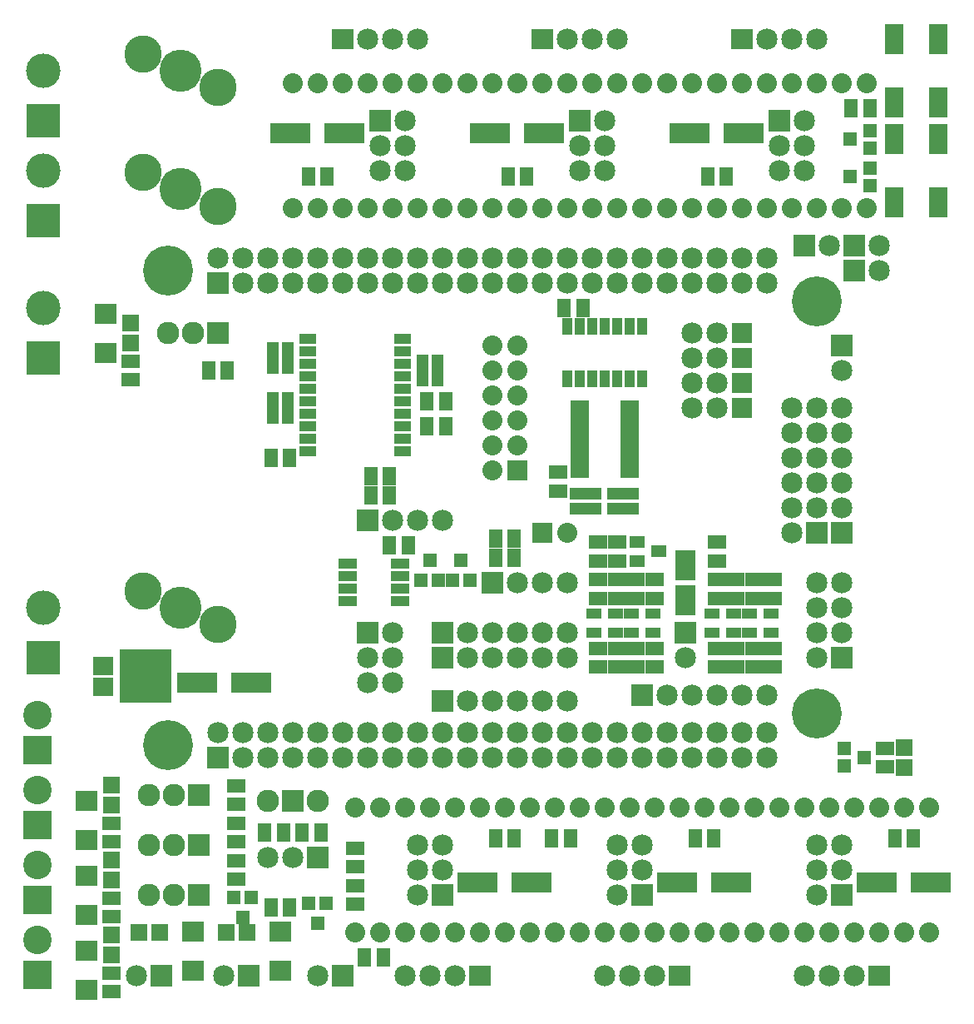
<source format=gts>
G04 (created by PCBNEW (2013-07-07 BZR 4022)-stable) date 2/16/2014 1:34:47 PM*
%MOIN*%
G04 Gerber Fmt 3.4, Leading zero omitted, Abs format*
%FSLAX34Y34*%
G01*
G70*
G90*
G04 APERTURE LIST*
%ADD10C,0.00590551*%
%ADD11C,0.2*%
%ADD12R,0.085X0.085*%
%ADD13C,0.085*%
%ADD14R,0.055X0.075*%
%ADD15R,0.075X0.055*%
%ADD16C,0.08*%
%ADD17R,0.08X0.08*%
%ADD18R,0.1617X0.083*%
%ADD19C,0.09*%
%ADD20R,0.09X0.09*%
%ADD21R,0.0672X0.0672*%
%ADD22R,0.1381X0.1381*%
%ADD23C,0.1381*%
%ADD24R,0.085X0.08*%
%ADD25R,0.075X0.1184*%
%ADD26R,0.07X0.04*%
%ADD27R,0.04X0.065*%
%ADD28R,0.05X0.037*%
%ADD29C,0.15*%
%ADD30C,0.169*%
%ADD31R,0.056X0.056*%
%ADD32R,0.0857X0.081*%
%ADD33C,0.114488*%
%ADD34R,0.114488X0.114488*%
%ADD35R,0.037X0.05*%
%ADD36R,0.0751X0.0436*%
%ADD37R,0.0594X0.0515*%
%ADD38R,0.0594X0.0436*%
%ADD39R,0.083X0.1224*%
%ADD40R,0.0790551X0.0751*%
%ADD41R,0.208976X0.212913*%
%ADD42R,0.0751X0.0338*%
G04 APERTURE END LIST*
G54D10*
G54D11*
X32400Y11750D03*
X6400Y10500D03*
X6400Y29500D03*
X32400Y28250D03*
G54D12*
X8400Y10000D03*
G54D13*
X8400Y11000D03*
X9400Y10000D03*
X9400Y11000D03*
X10400Y10000D03*
X10400Y11000D03*
X11400Y10000D03*
X11400Y11000D03*
X12400Y10000D03*
X12400Y11000D03*
X13400Y10000D03*
X13400Y11000D03*
X14400Y10000D03*
X14400Y11000D03*
X15400Y10000D03*
X15400Y11000D03*
X16400Y10000D03*
X16400Y11000D03*
X17400Y10000D03*
X17400Y11000D03*
X18400Y10000D03*
X18400Y11000D03*
X19400Y10000D03*
X19400Y11000D03*
X20400Y10000D03*
X20400Y11000D03*
X21400Y10000D03*
X21400Y11000D03*
X22400Y10000D03*
X22400Y11000D03*
X23400Y10000D03*
X23400Y11000D03*
X24400Y10000D03*
X24400Y11000D03*
X25400Y10000D03*
X25400Y11000D03*
X26400Y10000D03*
X26400Y11000D03*
X27400Y10000D03*
X27400Y11000D03*
X28400Y10000D03*
X28400Y11000D03*
X29400Y10000D03*
X29400Y11000D03*
X30400Y10000D03*
X30400Y11000D03*
G54D12*
X8400Y29000D03*
G54D13*
X8400Y30000D03*
X9400Y29000D03*
X9400Y30000D03*
X10400Y29000D03*
X10400Y30000D03*
X11400Y29000D03*
X11400Y30000D03*
X12400Y29000D03*
X12400Y30000D03*
X13400Y29000D03*
X13400Y30000D03*
X14400Y29000D03*
X14400Y30000D03*
X15400Y29000D03*
X15400Y30000D03*
X16400Y29000D03*
X16400Y30000D03*
X17400Y29000D03*
X17400Y30000D03*
X18400Y29000D03*
X18400Y30000D03*
X19400Y29000D03*
X19400Y30000D03*
X20400Y29000D03*
X20400Y30000D03*
X21400Y29000D03*
X21400Y30000D03*
X22400Y29000D03*
X22400Y30000D03*
X23400Y29000D03*
X23400Y30000D03*
X24400Y29000D03*
X24400Y30000D03*
X25400Y29000D03*
X25400Y30000D03*
X26400Y29000D03*
X26400Y30000D03*
X27400Y29000D03*
X27400Y30000D03*
X28400Y29000D03*
X28400Y30000D03*
X29400Y29000D03*
X29400Y30000D03*
X30400Y29000D03*
X30400Y30000D03*
G54D14*
X14525Y20500D03*
X15275Y20500D03*
X14525Y21250D03*
X15275Y21250D03*
X35525Y6750D03*
X36275Y6750D03*
X27525Y6750D03*
X28275Y6750D03*
X19525Y6750D03*
X20275Y6750D03*
X20775Y33250D03*
X20025Y33250D03*
X12775Y33250D03*
X12025Y33250D03*
X28775Y33250D03*
X28025Y33250D03*
G54D15*
X35150Y10375D03*
X35150Y9625D03*
X22050Y20675D03*
X22050Y21425D03*
G54D14*
X10275Y7000D03*
X11025Y7000D03*
G54D15*
X25900Y16375D03*
X25900Y17125D03*
X25900Y14375D03*
X25900Y13625D03*
X30650Y14375D03*
X30650Y13625D03*
X4150Y625D03*
X4150Y1375D03*
X4150Y3625D03*
X4150Y4375D03*
X4900Y25125D03*
X4900Y25875D03*
G54D16*
X11400Y32000D03*
X12400Y32000D03*
X13400Y32000D03*
X14400Y32000D03*
X15400Y32000D03*
X16400Y32000D03*
X17400Y32000D03*
X18400Y32000D03*
X18400Y37000D03*
X17400Y37000D03*
X16400Y37000D03*
X15400Y37000D03*
X14400Y37000D03*
X13400Y37000D03*
X12400Y37000D03*
X11400Y37000D03*
X19400Y32000D03*
X20400Y32000D03*
X21400Y32000D03*
X22400Y32000D03*
X23400Y32000D03*
X24400Y32000D03*
X25400Y32000D03*
X26400Y32000D03*
X26400Y37000D03*
X25400Y37000D03*
X24400Y37000D03*
X23400Y37000D03*
X22400Y37000D03*
X21400Y37000D03*
X20400Y37000D03*
X19400Y37000D03*
X27400Y32000D03*
X28400Y32000D03*
X29400Y32000D03*
X30400Y32000D03*
X31400Y32000D03*
X32400Y32000D03*
X33400Y32000D03*
X34400Y32000D03*
X34400Y37000D03*
X33400Y37000D03*
X32400Y37000D03*
X31400Y37000D03*
X30400Y37000D03*
X29400Y37000D03*
X28400Y37000D03*
X27400Y37000D03*
X20900Y8000D03*
X19900Y8000D03*
X18900Y8000D03*
X17900Y8000D03*
X16900Y8000D03*
X15900Y8000D03*
X14900Y8000D03*
X13900Y8000D03*
X13900Y3000D03*
X14900Y3000D03*
X15900Y3000D03*
X16900Y3000D03*
X17900Y3000D03*
X18900Y3000D03*
X19900Y3000D03*
X20900Y3000D03*
X28900Y8000D03*
X27900Y8000D03*
X26900Y8000D03*
X25900Y8000D03*
X24900Y8000D03*
X23900Y8000D03*
X22900Y8000D03*
X21900Y8000D03*
X21900Y3000D03*
X22900Y3000D03*
X23900Y3000D03*
X24900Y3000D03*
X25900Y3000D03*
X26900Y3000D03*
X27900Y3000D03*
X28900Y3000D03*
G54D12*
X14400Y19500D03*
G54D13*
X15400Y19500D03*
X16400Y19500D03*
X17400Y19500D03*
G54D12*
X14900Y35500D03*
G54D13*
X15900Y35500D03*
X14900Y34500D03*
X15900Y34500D03*
X14900Y33500D03*
X15900Y33500D03*
G54D12*
X17400Y4500D03*
G54D13*
X16400Y4500D03*
X17400Y5500D03*
X16400Y5500D03*
X17400Y6500D03*
X16400Y6500D03*
G54D12*
X33400Y4500D03*
G54D13*
X32400Y4500D03*
X33400Y5500D03*
X32400Y5500D03*
X33400Y6500D03*
X32400Y6500D03*
G54D12*
X30900Y35500D03*
G54D13*
X31900Y35500D03*
X30900Y34500D03*
X31900Y34500D03*
X30900Y33500D03*
X31900Y33500D03*
G54D12*
X22900Y35500D03*
G54D13*
X23900Y35500D03*
X22900Y34500D03*
X23900Y34500D03*
X22900Y33500D03*
X23900Y33500D03*
G54D17*
X29400Y25000D03*
G54D13*
X28400Y25000D03*
X27400Y25000D03*
G54D17*
X29400Y24000D03*
G54D13*
X28400Y24000D03*
X27400Y24000D03*
G54D17*
X29400Y26000D03*
G54D13*
X28400Y26000D03*
X27400Y26000D03*
G54D17*
X29400Y27000D03*
G54D13*
X28400Y27000D03*
X27400Y27000D03*
G54D18*
X27317Y35000D03*
X29483Y35000D03*
X7567Y13000D03*
X9733Y13000D03*
X28983Y5000D03*
X26817Y5000D03*
X20983Y5000D03*
X18817Y5000D03*
X19317Y35000D03*
X21483Y35000D03*
X11317Y35000D03*
X13483Y35000D03*
G54D19*
X7400Y27000D03*
X6400Y27000D03*
G54D20*
X8400Y27000D03*
G54D19*
X6650Y6500D03*
X5650Y6500D03*
G54D20*
X7650Y6500D03*
G54D19*
X6650Y4500D03*
X5650Y4500D03*
G54D20*
X7650Y4500D03*
G54D21*
X35900Y9587D03*
X35900Y10413D03*
G54D14*
X33775Y36000D03*
X34525Y36000D03*
G54D19*
X6650Y8500D03*
X5650Y8500D03*
G54D20*
X7650Y8500D03*
G54D15*
X4150Y6625D03*
X4150Y7375D03*
G54D22*
X1400Y35500D03*
G54D23*
X1400Y37500D03*
G54D24*
X13400Y38750D03*
G54D13*
X14400Y38750D03*
X15400Y38750D03*
X16400Y38750D03*
G54D24*
X21400Y38750D03*
G54D13*
X22400Y38750D03*
X23400Y38750D03*
X24400Y38750D03*
G54D24*
X29400Y38750D03*
G54D13*
X30400Y38750D03*
X31400Y38750D03*
X32400Y38750D03*
G54D24*
X18900Y1250D03*
G54D13*
X17900Y1250D03*
X16900Y1250D03*
X15900Y1250D03*
G54D15*
X30650Y16375D03*
X30650Y17125D03*
G54D12*
X33400Y14000D03*
G54D13*
X32400Y14000D03*
X33400Y15000D03*
X32400Y15000D03*
X33400Y16000D03*
X32400Y16000D03*
X33400Y17000D03*
X32400Y17000D03*
G54D15*
X29150Y16375D03*
X29150Y17125D03*
X24400Y16375D03*
X24400Y17125D03*
X29150Y14375D03*
X29150Y13625D03*
X24400Y14375D03*
X24400Y13625D03*
X29900Y17125D03*
X29900Y16375D03*
X25150Y17125D03*
X25150Y16375D03*
X29900Y13625D03*
X29900Y14375D03*
X25150Y13625D03*
X25150Y14375D03*
G54D22*
X1400Y26000D03*
G54D23*
X1400Y28000D03*
G54D22*
X1400Y14000D03*
G54D23*
X1400Y16000D03*
G54D25*
X35514Y34779D03*
X37286Y34779D03*
X35514Y32220D03*
X37286Y32220D03*
G54D14*
X22525Y6750D03*
X21775Y6750D03*
G54D24*
X26900Y1250D03*
G54D13*
X25900Y1250D03*
X24900Y1250D03*
X23900Y1250D03*
G54D24*
X34900Y1250D03*
G54D13*
X33900Y1250D03*
X32900Y1250D03*
X31900Y1250D03*
G54D18*
X36983Y5000D03*
X34817Y5000D03*
G54D16*
X36900Y8000D03*
X35900Y8000D03*
X34900Y8000D03*
X33900Y8000D03*
X32900Y8000D03*
X31900Y8000D03*
X30900Y8000D03*
X29900Y8000D03*
X29900Y3000D03*
X30900Y3000D03*
X31900Y3000D03*
X32900Y3000D03*
X33900Y3000D03*
X34900Y3000D03*
X35900Y3000D03*
X36900Y3000D03*
G54D12*
X25400Y4500D03*
G54D13*
X24400Y4500D03*
X25400Y5500D03*
X24400Y5500D03*
X25400Y6500D03*
X24400Y6500D03*
G54D26*
X12000Y26750D03*
X12000Y26250D03*
X12000Y25750D03*
X12000Y25250D03*
X12000Y24750D03*
X12000Y24250D03*
X12000Y23750D03*
X12000Y23250D03*
X12000Y22750D03*
X12000Y22250D03*
X15800Y22250D03*
X15800Y22750D03*
X15800Y23250D03*
X15800Y23750D03*
X15800Y24250D03*
X15800Y24750D03*
X15800Y25250D03*
X15800Y25750D03*
X15800Y26250D03*
X15800Y26750D03*
G54D27*
X22400Y25150D03*
X22900Y25150D03*
X23400Y25150D03*
X23900Y25150D03*
X24400Y25150D03*
X24900Y25150D03*
X25400Y25150D03*
X25400Y27250D03*
X24900Y27250D03*
X24400Y27250D03*
X23900Y27250D03*
X23400Y27250D03*
X22900Y27250D03*
X22400Y27250D03*
G54D14*
X23025Y28000D03*
X22275Y28000D03*
X11275Y22000D03*
X10525Y22000D03*
X19525Y18000D03*
X20275Y18000D03*
X19525Y18750D03*
X20275Y18750D03*
G54D28*
X11200Y23843D03*
X10600Y23843D03*
X11200Y24157D03*
X10600Y24157D03*
X11200Y23528D03*
X11200Y24472D03*
X10600Y24472D03*
X10600Y23528D03*
X16600Y25657D03*
X17200Y25657D03*
X16600Y25343D03*
X17200Y25343D03*
X16600Y25972D03*
X16600Y25028D03*
X17200Y25028D03*
X17200Y25972D03*
X11200Y25843D03*
X10600Y25843D03*
X11200Y26157D03*
X10600Y26157D03*
X11200Y25528D03*
X11200Y26472D03*
X10600Y26472D03*
X10600Y25528D03*
G54D12*
X17400Y15000D03*
G54D13*
X18400Y15000D03*
X19400Y15000D03*
X20400Y15000D03*
X21400Y15000D03*
X22400Y15000D03*
G54D12*
X19400Y17000D03*
G54D13*
X20400Y17000D03*
X21400Y17000D03*
X22400Y17000D03*
G54D12*
X12400Y6000D03*
G54D13*
X11400Y6000D03*
X10400Y6000D03*
G54D19*
X10400Y8250D03*
G54D20*
X11400Y8250D03*
G54D19*
X12400Y8250D03*
G54D12*
X17400Y14000D03*
G54D13*
X18400Y14000D03*
X19400Y14000D03*
X20400Y14000D03*
X21400Y14000D03*
X22400Y14000D03*
G54D12*
X13400Y1250D03*
G54D13*
X12400Y1250D03*
G54D29*
X5400Y16680D03*
X8400Y15320D03*
G54D30*
X6900Y16000D03*
G54D29*
X5400Y38180D03*
X8400Y36820D03*
G54D30*
X6900Y37500D03*
G54D29*
X5400Y33430D03*
X8400Y32070D03*
G54D30*
X6900Y32750D03*
G54D31*
X12050Y4150D03*
X12750Y4150D03*
X12400Y3350D03*
X9050Y4400D03*
X9750Y4400D03*
X9400Y3600D03*
G54D14*
X14275Y2000D03*
X15025Y2000D03*
X11275Y4000D03*
X10525Y4000D03*
G54D12*
X9650Y1250D03*
G54D13*
X8650Y1250D03*
G54D12*
X6150Y1250D03*
G54D13*
X5150Y1250D03*
G54D32*
X3150Y2274D03*
X3150Y713D03*
G54D14*
X12525Y7000D03*
X11775Y7000D03*
G54D32*
X3900Y27774D03*
X3900Y26213D03*
X3150Y5274D03*
X3150Y3713D03*
X3150Y8274D03*
X3150Y6713D03*
X10900Y3024D03*
X10900Y1463D03*
X7400Y3024D03*
X7400Y1463D03*
G54D17*
X20400Y21500D03*
G54D16*
X19400Y21500D03*
X20400Y22500D03*
X19400Y22500D03*
X20400Y23500D03*
X19400Y23500D03*
X20400Y24500D03*
X19400Y24500D03*
X20400Y25500D03*
X19400Y25500D03*
X20400Y26500D03*
X19400Y26500D03*
G54D12*
X33900Y29500D03*
G54D13*
X34900Y29500D03*
G54D33*
X1175Y2688D03*
G54D34*
X1175Y1311D03*
G54D33*
X1175Y5688D03*
G54D34*
X1175Y4311D03*
G54D33*
X1175Y8688D03*
G54D34*
X1175Y7311D03*
G54D35*
X22993Y19950D03*
X22993Y20550D03*
X23307Y19950D03*
X23307Y20550D03*
X22678Y19950D03*
X23622Y19950D03*
X23622Y20550D03*
X22678Y20550D03*
X24493Y19950D03*
X24493Y20550D03*
X24807Y19950D03*
X24807Y20550D03*
X24178Y19950D03*
X25122Y19950D03*
X25122Y20550D03*
X24178Y20550D03*
G54D17*
X21400Y19000D03*
G54D16*
X22400Y19000D03*
G54D22*
X1400Y31500D03*
G54D23*
X1400Y33500D03*
G54D21*
X4150Y5087D03*
X4150Y5913D03*
X4150Y8087D03*
X4150Y8913D03*
X4150Y2087D03*
X4150Y2913D03*
X4900Y26587D03*
X4900Y27413D03*
X8737Y3000D03*
X9563Y3000D03*
X5237Y3000D03*
X6063Y3000D03*
G54D14*
X16025Y18500D03*
X15275Y18500D03*
X16775Y23250D03*
X17525Y23250D03*
X16775Y24250D03*
X17525Y24250D03*
X8775Y25500D03*
X8025Y25500D03*
G54D15*
X9150Y5875D03*
X9150Y5125D03*
X9150Y8875D03*
X9150Y8125D03*
X9150Y7375D03*
X9150Y6625D03*
G54D36*
X15700Y17750D03*
X13600Y17750D03*
X15700Y17250D03*
X15700Y16750D03*
X15700Y16250D03*
X13600Y17250D03*
X13600Y16750D03*
X13600Y16250D03*
G54D37*
X26083Y18250D03*
X25217Y17875D03*
X25217Y18625D03*
G54D38*
X29083Y15750D03*
X28217Y15750D03*
X30583Y15750D03*
X29717Y15750D03*
X29083Y15000D03*
X28217Y15000D03*
X30583Y15000D03*
X29717Y15000D03*
X25833Y15750D03*
X24967Y15750D03*
X24333Y15750D03*
X23467Y15750D03*
X24333Y15000D03*
X23467Y15000D03*
X25833Y15000D03*
X24967Y15000D03*
G54D15*
X24400Y17875D03*
X24400Y18625D03*
X28400Y18625D03*
X28400Y17875D03*
X23650Y18625D03*
X23650Y17875D03*
X13900Y6375D03*
X13900Y5625D03*
X13900Y4875D03*
X13900Y4125D03*
G54D12*
X27150Y15000D03*
G54D13*
X27150Y14000D03*
G54D39*
X27150Y16291D03*
X27150Y17709D03*
G54D15*
X28400Y14375D03*
X28400Y13625D03*
X23650Y16375D03*
X23650Y17125D03*
X23650Y14375D03*
X23650Y13625D03*
X28400Y16375D03*
X28400Y17125D03*
G54D12*
X33400Y26500D03*
G54D13*
X33400Y25500D03*
G54D12*
X33400Y19000D03*
G54D13*
X33400Y20000D03*
X33400Y21000D03*
X33400Y22000D03*
X33400Y23000D03*
X33400Y24000D03*
G54D12*
X32400Y19000D03*
G54D13*
X31400Y19000D03*
X32400Y20000D03*
X31400Y20000D03*
X32400Y21000D03*
X31400Y21000D03*
X32400Y22000D03*
X31400Y22000D03*
X32400Y23000D03*
X31400Y23000D03*
X32400Y24000D03*
X31400Y24000D03*
G54D40*
X3817Y12841D03*
X3817Y13659D03*
G54D41*
X5491Y13250D03*
G54D31*
X33500Y9650D03*
X33500Y10350D03*
X34300Y10000D03*
G54D42*
X24900Y21375D03*
X24900Y21625D03*
X24900Y21875D03*
X24900Y22125D03*
X24900Y22375D03*
X24900Y22625D03*
X24900Y22875D03*
X24900Y23125D03*
X24900Y23375D03*
X24900Y23625D03*
X24900Y23875D03*
X24900Y24125D03*
X22900Y24125D03*
X22900Y23875D03*
X22900Y23625D03*
X22900Y23375D03*
X22900Y23125D03*
X22900Y22875D03*
X22900Y22625D03*
X22900Y22375D03*
X22900Y22125D03*
X22900Y21875D03*
X22900Y21625D03*
X22900Y21375D03*
G54D25*
X35514Y38779D03*
X37286Y38779D03*
X35514Y36220D03*
X37286Y36220D03*
G54D31*
X34550Y33600D03*
X34550Y32900D03*
X33750Y33250D03*
X34550Y35100D03*
X34550Y34400D03*
X33750Y34750D03*
X18500Y17100D03*
X17800Y17100D03*
X18150Y17900D03*
X17250Y17100D03*
X16550Y17100D03*
X16900Y17900D03*
G54D12*
X33900Y30500D03*
G54D13*
X34900Y30500D03*
G54D12*
X14400Y15000D03*
G54D13*
X15400Y15000D03*
X14400Y14000D03*
X15400Y14000D03*
X14400Y13000D03*
X15400Y13000D03*
G54D12*
X17400Y12250D03*
G54D13*
X18400Y12250D03*
X19400Y12250D03*
X20400Y12250D03*
X21400Y12250D03*
X22400Y12250D03*
G54D12*
X25400Y12500D03*
G54D13*
X26400Y12500D03*
X27400Y12500D03*
X28400Y12500D03*
X29400Y12500D03*
X30400Y12500D03*
G54D12*
X31900Y30500D03*
G54D13*
X32900Y30500D03*
G54D33*
X1175Y11688D03*
G54D34*
X1175Y10311D03*
M02*

</source>
